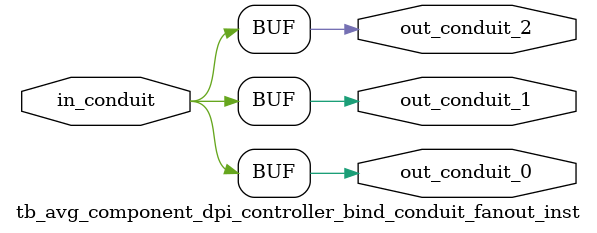
<source format=sv>


 


// --------------------------------------------------------------------------------
//| Avalon Conduit Fan-Out
// --------------------------------------------------------------------------------

// ------------------------------------------
// Generation parameters:
//   output_name:       tb_avg_component_dpi_controller_bind_conduit_fanout_inst
//   numFanOut:         3
//   
// ------------------------------------------

module tb_avg_component_dpi_controller_bind_conduit_fanout_inst (     

// Interface: out_conduit_0
 output                    out_conduit_0,
// Interface: out_conduit_1
 output                    out_conduit_1,
// Interface: out_conduit_2
 output                    out_conduit_2,

// Interface: in_conduit
 input                   in_conduit

);

   assign  out_conduit_0 = in_conduit;
   assign  out_conduit_1 = in_conduit;
   assign  out_conduit_2 = in_conduit;

endmodule //


</source>
